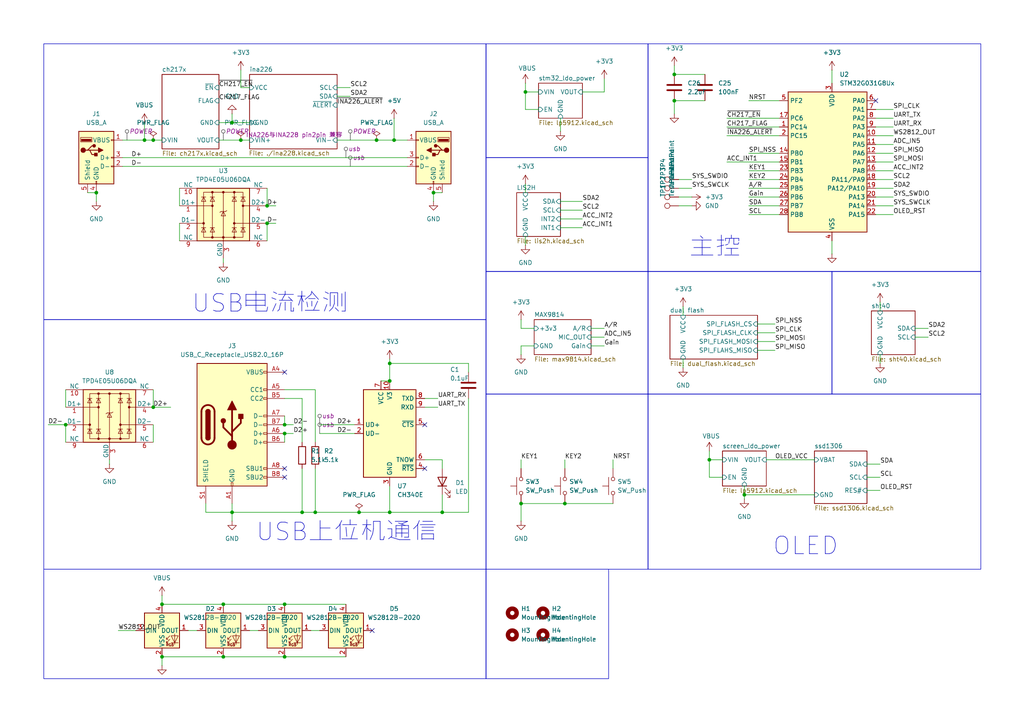
<source format=kicad_sch>
(kicad_sch (version 20231120) (generator "eeschema") (generator_version "8.0")
  (paper "A4")
  (lib_symbols
    (symbol "Connector:TestPoint" (pin_numbers hide) (pin_names (offset 0.762) hide)
      (property "Reference" "TP" (at 0 6.858 0))
      (property "Value" "TestPoint" (at 0 5.08 0))
      (symbol "TestPoint_1_1"
        (pin passive line (at 0 0 90) (length 2.54) (name "1") (number "1"))
      )
    )
    (symbol "Connector:USB_A" (pin_names (offset 1.016))
      (property "Reference" "J" (at -5.08 11.43 0))
      (property "Value" "USB_A" (at -5.08 8.89 0))
      (symbol "USB_A_1_1"
        (pin power_in line (at 7.62 5.08 180) (length 2.54) (name "VBUS") (number "1"))
        (pin bidirectional line (at 7.62 -2.54 180) (length 2.54) (name "D-") (number "2"))
        (pin bidirectional line (at 7.62 0 180) (length 2.54) (name "D+") (number "3"))
        (pin power_in line (at 0 -10.16 90) (length 2.54) (name "GND") (number "4"))
        (pin passive line (at -2.54 -10.16 90) (length 2.54) (name "Shield") (number "5"))
      )
    )
    (symbol "Connector:USB_C_Receptacle_USB2.0_16P" (pin_names (offset 1.016))
      (property "Reference" "J" (at 0 22.225 0))
      (property "Value" "USB_C_Receptacle_USB2.0_16P" (at 0 19.685 0))
      (symbol "USB_C_Receptacle_USB2.0_16P_1_1"
        (pin passive line (at 0 -22.86 90) (length 5.08) (name "GND") (number "A1"))
        (pin passive line (at 0 -22.86 90) (length 5.08) hide (name "GND") (number "A12"))
        (pin passive line (at 15.24 15.24 180) (length 5.08) (name "VBUS") (number "A4"))
        (pin bidirectional line (at 15.24 10.16 180) (length 5.08) (name "CC1") (number "A5"))
        (pin bidirectional line (at 15.24 -2.54 180) (length 5.08) (name "D+") (number "A6"))
        (pin bidirectional line (at 15.24 2.54 180) (length 5.08) (name "D-") (number "A7"))
        (pin bidirectional line (at 15.24 -12.7 180) (length 5.08) (name "SBU1") (number "A8"))
        (pin passive line (at 15.24 15.24 180) (length 5.08) hide (name "VBUS") (number "A9"))
        (pin passive line (at 0 -22.86 90) (length 5.08) hide (name "GND") (number "B1"))
        (pin passive line (at 0 -22.86 90) (length 5.08) hide (name "GND") (number "B12"))
        (pin passive line (at 15.24 15.24 180) (length 5.08) hide (name "VBUS") (number "B4"))
        (pin bidirectional line (at 15.24 7.62 180) (length 5.08) (name "CC2") (number "B5"))
        (pin bidirectional line (at 15.24 -5.08 180) (length 5.08) (name "D+") (number "B6"))
        (pin bidirectional line (at 15.24 0 180) (length 5.08) (name "D-") (number "B7"))
        (pin bidirectional line (at 15.24 -15.24 180) (length 5.08) (name "SBU2") (number "B8"))
        (pin passive line (at 15.24 15.24 180) (length 5.08) hide (name "VBUS") (number "B9"))
        (pin passive line (at -7.62 -22.86 90) (length 5.08) (name "SHIELD") (number "S1"))
      )
    )
    (symbol "Device:C" (pin_numbers hide) (pin_names (offset 0.254))
      (property "Reference" "C" (at 0.635 2.54 0))
      (property "Value" "C" (at 0.635 -2.54 0))
      (symbol "C_1_1"
        (pin passive line (at 0 3.81 270) (length 2.794) (name "~") (number "1"))
        (pin passive line (at 0 -3.81 90) (length 2.794) (name "~") (number "2"))
      )
    )
    (symbol "Device:LED" (pin_numbers hide) (pin_names (offset 1.016) hide)
      (property "Reference" "D" (at 0 2.54 0))
      (property "Value" "LED" (at 0 -2.54 0))
      (symbol "LED_1_1"
        (pin passive line (at -3.81 0 0) (length 2.54) (name "K") (number "1"))
        (pin passive line (at 3.81 0 180) (length 2.54) (name "A") (number "2"))
      )
    )
    (symbol "Device:R" (pin_numbers hide) (pin_names (offset 0))
      (property "Reference" "R" (at 2.032 0 90))
      (property "Value" "R" (at 0 0 90))
      (symbol "R_1_1"
        (pin passive line (at 0 3.81 270) (length 1.27) (name "~") (number "1"))
        (pin passive line (at 0 -3.81 90) (length 1.27) (name "~") (number "2"))
      )
    )
    (symbol "Interface_USB:CH340E"
      (property "Reference" "U" (at -5.08 13.97 0))
      (property "Value" "CH340E" (at 1.27 13.97 0))
      (symbol "CH340E_1_1"
        (pin bidirectional line (at -10.16 2.54 0) (length 2.54) (name "UD+") (number "1"))
        (pin power_out line (at 0 15.24 270) (length 2.54) (name "V3") (number "10"))
        (pin bidirectional line (at -10.16 0 0) (length 2.54) (name "UD-") (number "2"))
        (pin power_in line (at 0 -15.24 90) (length 2.54) (name "GND") (number "3"))
        (pin output line (at 10.16 -10.16 180) (length 2.54) (name "~{RTS}") (number "4"))
        (pin input line (at 10.16 2.54 180) (length 2.54) (name "~{CTS}") (number "5"))
        (pin output line (at 10.16 -7.62 180) (length 2.54) (name "TNOW") (number "6"))
        (pin power_in line (at -2.54 15.24 270) (length 2.54) (name "VCC") (number "7"))
        (pin output line (at 10.16 10.16 180) (length 2.54) (name "TXD") (number "8"))
        (pin input line (at 10.16 7.62 180) (length 2.54) (name "RXD") (number "9"))
      )
    )
    (symbol "LED:WS2812B-2020" (pin_names (offset 0.254))
      (property "Reference" "D" (at 5.08 5.715 0))
      (property "Value" "WS2812B-2020" (at 1.27 -5.715 0))
      (symbol "WS2812B-2020_0_0"
        (text "RGB" (at 2.286 -4.191 0) (effects (font (size 0.762 0.762))))
      )
      (symbol "WS2812B-2020_1_1"
        (pin output line (at 7.62 0 180) (length 2.54) (name "DOUT") (number "1"))
        (pin power_in line (at 0 -7.62 90) (length 2.54) (name "VSS") (number "2"))
        (pin input line (at -7.62 0 0) (length 2.54) (name "DIN") (number "3"))
        (pin power_in line (at 0 7.62 270) (length 2.54) (name "VDD") (number "4"))
      )
    )
    (symbol "MCU_ST_STM32G0:STM32G031G8Ux"
      (property "Reference" "U" (at -10.16 21.59 0))
      (property "Value" "STM32G031G8Ux" (at 5.08 21.59 0))
      (symbol "STM32G031G8Ux_1_1"
        (pin bidirectional line (at -12.7 10.16 0) (length 2.54) (name "PC14") (number "1"))
        (pin bidirectional line (at 15.24 7.62 180) (length 2.54) (name "PA4") (number "10"))
        (pin bidirectional line (at 15.24 5.08 180) (length 2.54) (name "PA5") (number "11"))
        (pin bidirectional line (at 15.24 2.54 180) (length 2.54) (name "PA6") (number "12"))
        (pin bidirectional line (at 15.24 0 180) (length 2.54) (name "PA7") (number "13"))
        (pin bidirectional line (at -12.7 2.54 0) (length 2.54) (name "PB0") (number "14"))
        (pin bidirectional line (at -12.7 0 0) (length 2.54) (name "PB1") (number "15"))
        (pin bidirectional line (at 15.24 -2.54 180) (length 2.54) (name "PA8") (number "16"))
        (pin bidirectional line (at -12.7 12.7 0) (length 2.54) (name "PC6") (number "17"))
        (pin bidirectional line (at 15.24 -5.08 180) (length 2.54) (name "PA11/PA9") (number "18"))
        (pin bidirectional line (at 15.24 -7.62 180) (length 2.54) (name "PA12/PA10") (number "19"))
        (pin bidirectional line (at -12.7 7.62 0) (length 2.54) (name "PC15") (number "2"))
        (pin bidirectional line (at 15.24 -10.16 180) (length 2.54) (name "PA13") (number "20"))
        (pin bidirectional line (at 15.24 -12.7 180) (length 2.54) (name "PA14") (number "21"))
        (pin bidirectional line (at 15.24 -15.24 180) (length 2.54) (name "PA15") (number "22"))
        (pin bidirectional line (at -12.7 -2.54 0) (length 2.54) (name "PB3") (number "23"))
        (pin bidirectional line (at -12.7 -5.08 0) (length 2.54) (name "PB4") (number "24"))
        (pin bidirectional line (at -12.7 -7.62 0) (length 2.54) (name "PB5") (number "25"))
        (pin bidirectional line (at -12.7 -10.16 0) (length 2.54) (name "PB6") (number "26"))
        (pin bidirectional line (at -12.7 -12.7 0) (length 2.54) (name "PB7") (number "27"))
        (pin bidirectional line (at -12.7 -15.24 0) (length 2.54) (name "PB8") (number "28"))
        (pin power_in line (at 2.54 22.86 270) (length 2.54) (name "VDD") (number "3"))
        (pin power_in line (at 2.54 -22.86 90) (length 2.54) (name "VSS") (number "4"))
        (pin bidirectional line (at -12.7 17.78 0) (length 2.54) (name "PF2") (number "5"))
        (pin bidirectional line (at 15.24 17.78 180) (length 2.54) (name "PA0") (number "6"))
        (pin bidirectional line (at 15.24 15.24 180) (length 2.54) (name "PA1") (number "7"))
        (pin bidirectional line (at 15.24 12.7 180) (length 2.54) (name "PA2") (number "8"))
        (pin bidirectional line (at 15.24 10.16 180) (length 2.54) (name "PA3") (number "9"))
      )
    )
    (symbol "Mechanical:MountingHole" (pin_names (offset 1.016)) (exclude_from_sim yes) (in_bom no)
      (property "Reference" "H" (at 0 5.08 0))
      (property "Value" "MountingHole" (at 0 3.175 0))
    )
    (symbol "Power_Protection:TPD4E05U06DQA" (pin_names (offset 0))
      (property "Reference" "U" (at -0.635 8.89 0))
      (property "Value" "TPD4E05U06DQA" (at 1.905 -10.16 0))
      (symbol "TPD4E05U06DQA_1_1"
        (pin passive line (at -12.7 2.54 0) (length 5.08) (name "D1+") (number "1"))
        (pin free line (at -12.7 7.62 0) (length 5.08) (name "NC") (number "10"))
        (pin passive line (at -12.7 -2.54 0) (length 5.08) (name "D1-") (number "2"))
        (pin power_in line (at 0 -12.7 90) (length 5.08) (name "GND") (number "3"))
        (pin passive line (at 12.7 2.54 180) (length 5.08) (name "D2+") (number "4"))
        (pin passive line (at 12.7 -2.54 180) (length 5.08) (name "D2-") (number "5"))
        (pin free line (at 12.7 -7.62 180) (length 5.08) (name "NC") (number "6"))
        (pin free line (at 12.7 7.62 180) (length 5.08) (name "NC") (number "7"))
        (pin passive line (at 0 -12.7 90) (length 5.08) hide (name "GND") (number "8"))
        (pin free line (at -12.7 -7.62 0) (length 5.08) (name "NC") (number "9"))
      )
    )
    (symbol "Switch:SW_Push" (pin_numbers hide) (pin_names (offset 1.016) hide)
      (property "Reference" "SW" (at 1.27 2.54 0))
      (property "Value" "SW_Push" (at 0 -1.524 0))
      (symbol "SW_Push_0_1"
        (pin passive line (at -5.08 0 0) (length 2.54) (name "1") (number "1"))
        (pin passive line (at 5.08 0 180) (length 2.54) (name "2") (number "2"))
      )
    )
    (symbol "USB_A_1" (pin_names (offset 1.016))
      (property "Reference" "J" (at -5.08 11.43 0))
      (property "Value" "USB_A" (at -5.08 8.89 0))
      (symbol "USB_A_1_1_1"
        (pin power_in line (at 7.62 5.08 180) (length 2.54) (name "VBUS") (number "1"))
        (pin bidirectional line (at 7.62 -2.54 180) (length 2.54) (name "D-") (number "2"))
        (pin bidirectional line (at 7.62 0 180) (length 2.54) (name "D+") (number "3"))
        (pin power_in line (at 0 -10.16 90) (length 2.54) (name "GND") (number "4"))
        (pin passive line (at -2.54 -10.16 90) (length 2.54) (name "Shield") (number "5"))
      )
    )
    (symbol "power:+3V3" (power) (pin_numbers hide) (pin_names (offset 0) hide)
      (property "Value" "+3V3" (at 0 3.556 0))
      (symbol "+3V3_1_1"
        (pin power_in line (at 0 0 90) (length 0) (name "~") (number "1"))
      )
    )
    (symbol "power:+5V" (power) (pin_numbers hide) (pin_names (offset 0) hide)
      (property "Value" "+5V" (at 0 3.556 0))
      (symbol "+5V_1_1"
        (pin power_in line (at 0 0 90) (length 0) (name "~") (number "1"))
      )
    )
    (symbol "power:GND" (power) (pin_numbers hide) (pin_names (offset 0) hide)
      (property "Value" "GND" (at 0 -3.81 0))
      (symbol "GND_1_1"
        (pin power_in line (at 0 0 270) (length 0) (name "~") (number "1"))
      )
    )
    (symbol "power:PWR_FLAG" (power) (pin_numbers hide) (pin_names (offset 0) hide)
      (property "Value" "PWR_FLAG" (at 0 3.81 0))
      (symbol "PWR_FLAG_0_0"
        (pin power_out line (at 0 0 90) (length 0) (name "~") (number "1"))
      )
    )
    (symbol "power:VBUS" (power) (pin_numbers hide) (pin_names (offset 0) hide)
      (property "Value" "VBUS" (at 0 3.556 0))
      (symbol "VBUS_1_1"
        (pin power_in line (at 0 0 90) (length 0) (name "~") (number "1"))
      )
    )
  )
  (junction (at 114.3 40.64))
  (junction (at 113.03 105.41))
  (junction (at 19.05 123.19))
  (junction (at 205.74 133.35))
  (junction (at 91.44 148.59))
  (junction (at 82.55 190.5))
  (junction (at 77.47 64.77))
  (junction (at 215.9 143.51))
  (junction (at 82.55 123.19))
  (junction (at 82.55 175.26))
  (junction (at 195.58 21.59))
  (junction (at 67.31 148.59))
  (junction (at 64.77 190.5))
  (junction (at 44.45 118.11))
  (junction (at 46.99 175.26))
  (junction (at 109.22 40.64))
  (junction (at 87.63 148.59))
  (junction (at 69.85 40.64))
  (junction (at 151.13 146.05))
  (junction (at 64.77 175.26))
  (junction (at 113.03 110.49))
  (junction (at 41.91 40.64))
  (junction (at 67.31 35.56))
  (junction (at 113.03 148.59))
  (junction (at 195.58 29.21))
  (junction (at 27.94 55.88))
  (junction (at 82.55 125.73))
  (junction (at 104.14 148.59))
  (junction (at 163.83 146.05))
  (junction (at 128.27 148.59))
  (junction (at 44.45 40.64))
  (junction (at 152.4 26.67))
  (junction (at 46.99 190.5))
  (junction (at 77.47 59.69))
  (junction (at 125.73 55.88))
  (no_connect (at 107.95 182.88))
  (no_connect (at 82.55 138.43))
  (no_connect (at 82.55 107.95))
  (no_connect (at 254 29.21))
  (no_connect (at 82.55 135.89))
  (no_connect (at 123.19 135.89))
  (no_connect (at 123.19 123.19))
  (wire (pts (xy 41.91 35.56) (xy 41.91 40.64)))
  (wire (pts (xy 210.82 34.29) (xy 226.06 34.29)))
  (wire (pts (xy 162.56 60.96) (xy 168.91 60.96)))
  (wire (pts (xy 217.17 57.15) (xy 226.06 57.15)))
  (wire (pts (xy 210.82 36.83) (xy 226.06 36.83)))
  (wire (pts (xy 82.55 120.65) (xy 82.55 123.19)))
  (wire (pts (xy 152.4 53.34) (xy 152.4 55.88)))
  (wire (pts (xy 125.73 58.42) (xy 125.73 55.88)))
  (wire (pts (xy 135.89 115.57) (xy 135.89 148.59)))
  (wire (pts (xy 205.74 133.35) (xy 209.55 133.35)))
  (wire (pts (xy 114.3 34.29) (xy 114.3 40.64)))
  (wire (pts (xy 196.85 59.69) (xy 200.66 59.69)))
  (wire (pts (xy 128.27 148.59) (xy 113.03 148.59)))
  (wire (pts (xy 215.9 143.51) (xy 215.9 144.78)))
  (wire (pts (xy 217.17 59.69) (xy 226.06 59.69)))
  (wire (pts (xy 219.71 93.98) (xy 224.79 93.98)))
  (wire (pts (xy 217.17 54.61) (xy 226.06 54.61)))
  (wire (pts (xy 91.44 113.03) (xy 82.55 113.03)))
  (wire (pts (xy 77.47 54.61) (xy 77.47 59.69)))
  (wire (pts (xy 54.61 182.88) (xy 57.15 182.88)))
  (wire (pts (xy 163.83 133.35) (xy 163.83 135.89)))
  (wire (pts (xy 177.8 133.35) (xy 177.8 135.89)))
  (wire (pts (xy 109.22 40.64) (xy 114.3 40.64)))
  (wire (pts (xy 63.5 40.64) (xy 69.85 40.64)))
  (wire (pts (xy 254 41.91) (xy 259.08 41.91)))
  (wire (pts (xy 195.58 21.59) (xy 204.47 21.59)))
  (wire (pts (xy 151.13 102.87) (xy 151.13 100.33)))
  (wire (pts (xy 113.03 140.97) (xy 113.03 148.59)))
  (wire (pts (xy 44.45 123.19) (xy 44.45 128.27)))
  (wire (pts (xy 265.43 95.25) (xy 269.24 95.25)))
  (wire (pts (xy 91.44 135.89) (xy 91.44 148.59)))
  (wire (pts (xy 195.58 29.21) (xy 204.47 29.21)))
  (wire (pts (xy 162.56 63.5) (xy 168.91 63.5)))
  (wire (pts (xy 91.44 148.59) (xy 87.63 148.59)))
  (wire (pts (xy 254 31.75) (xy 259.08 31.75)))
  (wire (pts (xy 151.13 95.25) (xy 154.94 95.25)))
  (wire (pts (xy 217.17 49.53) (xy 226.06 49.53)))
  (wire (pts (xy 175.26 22.86) (xy 175.26 26.67)))
  (wire (pts (xy 255.27 87.63) (xy 255.27 90.17)))
  (wire (pts (xy 210.82 39.37) (xy 226.06 39.37)))
  (wire (pts (xy 69.85 20.32) (xy 69.85 25.4)))
  (wire (pts (xy 72.39 182.88) (xy 74.93 182.88)))
  (wire (pts (xy 241.3 20.32) (xy 241.3 24.13)))
  (wire (pts (xy 128.27 133.35) (xy 128.27 135.89)))
  (wire (pts (xy 82.55 115.57) (xy 87.63 115.57)))
  (wire (pts (xy 19.05 123.19) (xy 19.05 128.27)))
  (wire (pts (xy 217.17 44.45) (xy 226.06 44.45)))
  (wire (pts (xy 82.55 190.5) (xy 100.33 190.5)))
  (wire (pts (xy 196.85 52.07) (xy 200.66 52.07)))
  (wire (pts (xy 35.56 48.26) (xy 118.11 48.26)))
  (wire (pts (xy 163.83 146.05) (xy 177.8 146.05)))
  (wire (pts (xy 254 54.61) (xy 259.08 54.61)))
  (wire (pts (xy 87.63 135.89) (xy 87.63 148.59)))
  (wire (pts (xy 97.79 40.64) (xy 109.22 40.64)))
  (wire (pts (xy 219.71 101.6) (xy 224.79 101.6)))
  (wire (pts (xy 35.56 45.72) (xy 118.11 45.72)))
  (wire (pts (xy 90.17 182.88) (xy 92.71 182.88)))
  (wire (pts (xy 87.63 148.59) (xy 67.31 148.59)))
  (wire (pts (xy 135.89 148.59) (xy 128.27 148.59)))
  (wire (pts (xy 67.31 148.59) (xy 67.31 151.13)))
  (wire (pts (xy 171.45 100.33) (xy 175.26 100.33)))
  (wire (pts (xy 27.94 58.42) (xy 27.94 55.88)))
  (wire (pts (xy 64.77 175.26) (xy 82.55 175.26)))
  (wire (pts (xy 219.71 96.52) (xy 224.79 96.52)))
  (wire (pts (xy 254 44.45) (xy 259.08 44.45)))
  (wire (pts (xy 77.47 59.69) (xy 80.01 59.69)))
  (wire (pts (xy 152.4 31.75) (xy 152.4 26.67)))
  (wire (pts (xy 113.03 148.59) (xy 104.14 148.59)))
  (wire (pts (xy 46.99 190.5) (xy 64.77 190.5)))
  (wire (pts (xy 254 46.99) (xy 259.08 46.99)))
  (wire (pts (xy 210.82 46.99) (xy 226.06 46.99)))
  (wire (pts (xy 46.99 172.72) (xy 46.99 175.26)))
  (wire (pts (xy 44.45 113.03) (xy 44.45 118.11)))
  (wire (pts (xy 217.17 52.07) (xy 226.06 52.07)))
  (wire (pts (xy 113.03 105.41) (xy 135.89 105.41)))
  (wire (pts (xy 251.46 142.24) (xy 255.27 142.24)))
  (wire (pts (xy 254 52.07) (xy 259.08 52.07)))
  (wire (pts (xy 13.97 123.19) (xy 19.05 123.19)))
  (wire (pts (xy 46.99 175.26) (xy 64.77 175.26)))
  (wire (pts (xy 59.69 148.59) (xy 67.31 148.59)))
  (wire (pts (xy 52.07 54.61) (xy 52.07 59.69)))
  (wire (pts (xy 64.77 74.93) (xy 64.77 76.2)))
  (wire (pts (xy 195.58 33.02) (xy 195.58 29.21)))
  (wire (pts (xy 162.56 58.42) (xy 168.91 58.42)))
  (wire (pts (xy 92.71 125.73) (xy 102.87 125.73)))
  (wire (pts (xy 162.56 34.29) (xy 162.56 38.1)))
  (wire (pts (xy 77.47 64.77) (xy 80.01 64.77)))
  (wire (pts (xy 254 34.29) (xy 259.08 34.29)))
  (wire (pts (xy 77.47 64.77) (xy 77.47 69.85)))
  (wire (pts (xy 196.85 54.61) (xy 200.66 54.61)))
  (wire (pts (xy 135.89 107.95) (xy 135.89 105.41)))
  (wire (pts (xy 255.27 102.87) (xy 255.27 105.41)))
  (wire (pts (xy 87.63 115.57) (xy 87.63 128.27)))
  (wire (pts (xy 156.21 31.75) (xy 152.4 31.75)))
  (wire (pts (xy 265.43 97.79) (xy 269.24 97.79)))
  (wire (pts (xy 259.08 57.15) (xy 254 57.15)))
  (wire (pts (xy 82.55 125.73) (xy 85.09 125.73)))
  (wire (pts (xy 44.45 40.64) (xy 46.99 40.64)))
  (wire (pts (xy 205.74 138.43) (xy 205.74 133.35)))
  (wire (pts (xy 41.91 40.64) (xy 35.56 40.64)))
  (wire (pts (xy 251.46 134.62) (xy 255.27 134.62)))
  (wire (pts (xy 195.58 19.05) (xy 195.58 21.59)))
  (wire (pts (xy 219.71 99.06) (xy 224.79 99.06)))
  (wire (pts (xy 259.08 62.23) (xy 254 62.23)))
  (wire (pts (xy 82.55 175.26) (xy 100.33 175.26)))
  (wire (pts (xy 123.19 133.35) (xy 128.27 133.35)))
  (wire (pts (xy 67.31 146.05) (xy 67.31 148.59)))
  (wire (pts (xy 215.9 143.51) (xy 236.22 143.51)))
  (wire (pts (xy 34.29 182.88) (xy 39.37 182.88)))
  (wire (pts (xy 63.5 35.56) (xy 67.31 35.56)))
  (wire (pts (xy 152.4 26.67) (xy 156.21 26.67)))
  (wire (pts (xy 175.26 26.67) (xy 168.91 26.67)))
  (wire (pts (xy 162.56 66.04) (xy 168.91 66.04)))
  (wire (pts (xy 69.85 40.64) (xy 72.39 40.64)))
  (wire (pts (xy 205.74 130.81) (xy 205.74 133.35)))
  (wire (pts (xy 97.79 25.4) (xy 101.6 25.4)))
  (wire (pts (xy 222.25 133.35) (xy 236.22 133.35)))
  (wire (pts (xy 97.79 27.94) (xy 101.6 27.94)))
  (wire (pts (xy 41.91 40.64) (xy 44.45 40.64)))
  (wire (pts (xy 251.46 138.43) (xy 255.27 138.43)))
  (wire (pts (xy 196.85 57.15) (xy 200.66 57.15)))
  (wire (pts (xy 27.94 55.88) (xy 25.4 55.88)))
  (wire (pts (xy 128.27 143.51) (xy 128.27 148.59)))
  (wire (pts (xy 92.71 123.19) (xy 102.87 123.19)))
  (wire (pts (xy 123.19 118.11) (xy 127 118.11)))
  (wire (pts (xy 67.31 35.56) (xy 72.39 35.56)))
  (wire (pts (xy 125.73 55.88) (xy 128.27 55.88)))
  (wire (pts (xy 215.9 140.97) (xy 215.9 143.51)))
  (wire (pts (xy 151.13 133.35) (xy 151.13 135.89)))
  (wire (pts (xy 67.31 33.02) (xy 67.31 35.56)))
  (wire (pts (xy 44.45 118.11) (xy 49.53 118.11)))
  (wire (pts (xy 91.44 128.27) (xy 91.44 113.03)))
  (wire (pts (xy 82.55 123.19) (xy 85.09 123.19)))
  (wire (pts (xy 64.77 190.5) (xy 82.55 190.5)))
  (wire (pts (xy 259.08 49.53) (xy 254 49.53)))
  (wire (pts (xy 151.13 100.33) (xy 154.94 100.33)))
  (wire (pts (xy 259.08 59.69) (xy 254 59.69)))
  (wire (pts (xy 217.17 29.21) (xy 226.06 29.21)))
  (wire (pts (xy 82.55 128.27) (xy 82.55 125.73)))
  (wire (pts (xy 198.12 104.14) (xy 198.12 106.68)))
  (wire (pts (xy 123.19 115.57) (xy 127 115.57)))
  (wire (pts (xy 152.4 24.13) (xy 152.4 26.67)))
  (wire (pts (xy 209.55 138.43) (xy 205.74 138.43)))
  (wire (pts (xy 113.03 104.14) (xy 113.03 105.41)))
  (wire (pts (xy 69.85 25.4) (xy 72.39 25.4)))
  (wire (pts (xy 52.07 64.77) (xy 52.07 69.85)))
  (wire (pts (xy 254 36.83) (xy 259.08 36.83)))
  (wire (pts (xy 31.75 133.35) (xy 31.75 134.62)))
  (wire (pts (xy 19.05 113.03) (xy 19.05 118.11)))
  (wire (pts (xy 46.99 193.04) (xy 46.99 190.5)))
  (wire (pts (xy 104.14 148.59) (xy 91.44 148.59)))
  (wire (pts (xy 113.03 105.41) (xy 113.03 110.49)))
  (wire (pts (xy 171.45 97.79) (xy 175.26 97.79)))
  (wire (pts (xy 171.45 95.25) (xy 175.26 95.25)))
  (wire (pts (xy 254 39.37) (xy 259.08 39.37)))
  (wire (pts (xy 59.69 146.05) (xy 59.69 148.59)))
  (wire (pts (xy 241.3 69.85) (xy 241.3 73.66)))
  (wire (pts (xy 151.13 151.13) (xy 151.13 146.05)))
  (wire (pts (xy 151.13 92.71) (xy 151.13 95.25)))
  (wire (pts (xy 198.12 88.9) (xy 198.12 91.44)))
  (wire (pts (xy 217.17 62.23) (xy 226.06 62.23)))
  (wire (pts (xy 163.83 146.05) (xy 151.13 146.05)))
  (wire (pts (xy 114.3 40.64) (xy 118.11 40.64)))
  (wire (pts (xy 152.4 68.58) (xy 152.4 71.12)))
  (wire (pts (xy 113.03 110.49) (xy 110.49 110.49)))
  (rectangle (start 12.7 92.71) (end 140.97 165.1))
  (rectangle (start 12.7 12.7) (end 140.97 92.71))
  (rectangle (start 12.7 165.1) (end 140.97 196.85))
  (rectangle (start 140.97 12.7) (end 187.96 45.72))
  (rectangle (start 140.97 78.74) (end 187.96 114.3))
  (rectangle (start 140.97 114.3) (end 187.96 165.1))
  (rectangle (start 140.97 45.72) (end 187.96 78.74))
  (rectangle (start 187.96 12.7) (end 284.48 78.74))
  (rectangle (start 187.96 114.3) (end 284.48 165.1))
  (rectangle (start 241.3 78.74) (end 284.48 114.3))
  (rectangle (start 140.97 165.1) (end 176.53 196.85))
  (rectangle (start 187.96 78.74) (end 241.3 114.3))
  (text "USB上位机通信" (at 100.584 154.432 0) (effects (font (size 5.08 5.08))))
  (text "OLED" (at 233.68 158.496 0) (effects (font (size 5.08 5.08))))
  (text "主控" (at 207.518 71.882 0) (effects (font (size 5.08 5.08))))
  (text "USB电流检测" (at 78.232 88.138 0) (effects (font (size 5.08 5.08))))
  (label "~{INA226_ALERT}" (at 97.79 30.48 0))
  (label "CH217_FLAG" (at 63.5 29.21 0))
  (label "KEY2" (at 217.17 52.07 0))
  (label "SPI_NSS" (at 224.79 93.98 0))
  (label "SPI_CLK" (at 259.08 31.75 0))
  (label "A{slash}R" (at 175.26 95.25 0))
  (label "SCL" (at 255.27 138.43 0))
  (label "SDA2" (at 101.6 27.94 0))
  (label "SPI_NSS" (at 217.17 44.45 0))
  (label "D2+" (at 44.45 118.11 0))
  (label "SYS_SWDIO" (at 259.08 57.15 0))
  (label "KEY1" (at 151.13 133.35 0))
  (label "~{INA226_ALERT}" (at 210.82 39.37 0))
  (label "Gain" (at 175.26 100.33 0))
  (label "SYS_SWDIO" (at 200.66 52.07 0))
  (label "D2-" (at 85.09 123.19 0))
  (label "SPI_MOSI" (at 224.79 99.06 0))
  (label "D+" (at 77.47 59.69 0))
  (label "ADC_IN5" (at 175.26 97.79 0))
  (label "~{CH217_EN}" (at 63.5 25.4 0))
  (label "SYS_SWCLK" (at 200.66 54.61 0))
  (label "ACC_INT2" (at 259.08 49.53 0))
  (label "UART_RX" (at 127 115.57 0))
  (label "SPI_MOSI" (at 259.08 46.99 0))
  (label "SCL2" (at 101.6 25.4 0))
  (label "SDA2" (at 259.08 54.61 0))
  (label "SPI_CLK" (at 224.79 96.52 0))
  (label "SDA2" (at 168.91 58.42 0))
  (label "D+" (at 38.1 45.72 0))
  (label "ADC_IN5" (at 259.08 41.91 0))
  (label "SCL2" (at 269.24 97.79 0))
  (label "SCL2" (at 259.08 52.07 0))
  (label "NRST" (at 177.8 133.35 0))
  (label "SDA" (at 217.17 59.69 0))
  (label "SDA" (at 255.27 134.62 0))
  (label "WS2812_OUT" (at 259.08 39.37 0))
  (label "ACC_INT2" (at 168.91 63.5 0))
  (label "D2+" (at 97.79 123.19 0))
  (label "D2-" (at 13.97 123.19 0))
  (label "A{slash}R" (at 217.17 54.61 0))
  (label "UART_TX" (at 127 118.11 0))
  (label "WS2812_OUT" (at 34.29 182.88 0))
  (label "OLED_RST" (at 259.08 62.23 0))
  (label "KEY1" (at 217.17 49.53 0))
  (label "Gain" (at 217.17 57.15 0))
  (label "SDA2" (at 269.24 95.25 0))
  (label "KEY2" (at 163.83 133.35 0))
  (label "SPI_MISO" (at 224.79 101.6 0))
  (label "OLED_VCC" (at 224.79 133.35 0))
  (label "ACC_INT1" (at 168.91 66.04 0))
  (label "OLED_RST" (at 255.27 142.24 0))
  (label "UART_RX" (at 259.08 36.83 0))
  (label "D2+" (at 85.09 125.73 0))
  (label "SCL" (at 217.17 62.23 0))
  (label "CH217_FLAG" (at 210.82 36.83 0))
  (label "SCL2" (at 168.91 60.96 0))
  (label "SYS_SWCLK" (at 259.08 59.69 0))
  (label "SPI_MISO" (at 259.08 44.45 0))
  (label "D-" (at 77.47 64.77 0))
  (label "NRST" (at 217.17 29.21 0))
  (label "D2-" (at 97.79 125.73 0))
  (label "ACC_INT1" (at 210.82 46.99 0))
  (label "~{CH217_EN}" (at 210.82 34.29 0))
  (label "D-" (at 38.1 48.26 0))
  (label "UART_TX" (at 259.08 34.29 0))
  (netclass_flag "" (length 2.54) (shape round) (at 101.6 48.26 0) (property "Netclass" "usb" (at 102.2985 45.72 0) (effects (font (italic yes)) (justify left))))
  (netclass_flag "" (length 2.54) (shape round) (at 64.77 40.64 0) (property "Netclass" "POWER" (at 65.4685 38.1 0) (effects (font (italic yes)) (justify left))))
  (netclass_flag "" (length 2.54) (shape round) (at 101.6 40.64 0) (property "Netclass" "POWER" (at 102.2985 38.1 0) (effects (font (italic yes)) (justify left))))
  (netclass_flag "" (length 2.54) (shape round) (at 92.71 125.73 0) (property "Netclass" "usb" (at 93.4085 123.19 0) (effects (font (italic yes)) (justify left))))
  (netclass_flag "" (length 2.54) (shape round) (at 36.83 40.64 0) (property "Netclass" "POWER" (at 37.5285 38.1 0) (effects (font (italic yes)) (justify left))))
  (netclass_flag "" (length 2.54) (shape round) (at 92.71 123.19 0) (property "Netclass" "usb" (at 93.4085 120.65 0) (effects (font (italic yes)) (justify left))))
  (netclass_flag "" (length 2.54) (shape round) (at 100.33 45.72 0) (property "Netclass" "usb" (at 101.0285 43.18 0) (effects (font (italic yes)) (justify left))))
  (symbol (lib_id "power:GND") (at 152.4 71.12 0) (unit 1)
    (property "Reference" "#PWR020" (effects (hide yes)))
    (property "Value" "GND" (at 152.4 76.2 0))
    (property "Description" "Power symbol creates a global label with name \"GND\" , ground" (effects (hide yes)))
  )
  (symbol (lib_id "Connector:TestPoint") (at 196.85 52.07 90) (unit 1)
    (property "Reference" "TP4" (at 192.2779 49.53 0) (effects (justify left)))
    (property "Value" "TestPoint" (at 194.8179 49.53 0) (effects (justify left)))
    (property "Footprint" "TestPoint:TestPoint_Pad_D1.0mm" (effects (hide yes)))
    (property "Description" "test point" (effects (hide yes)))
  )
  (symbol (lib_id "power:+3V3") (at 113.03 104.14 0) (unit 1)
    (property "Reference" "#PWR012" (effects (hide yes)))
    (property "Value" "+3V3" (at 113.03 99.06 0))
    (property "Description" "Power symbol creates a global label with name \"+3V3\"" (effects (hide yes)))
  )
  (symbol (lib_id "power:+3V3") (at 69.85 20.32 0) (unit 1)
    (property "Reference" "#PWR032" (effects (hide yes)))
    (property "Value" "+3V3" (at 69.85 15.24 0))
    (property "Description" "Power symbol creates a global label with name \"+3V3\"" (effects (hide yes)))
  )
  (symbol (lib_id "power:PWR_FLAG") (at 104.14 148.59 0) (unit 1)
    (property "Reference" "#FLG03" (effects (hide yes)))
    (property "Value" "PWR_FLAG" (at 104.14 143.51 0))
    (property "Description" "Special symbol for telling ERC where power comes from" (effects (hide yes)))
  )
  (symbol (lib_id "power:GND") (at 162.56 38.1 0) (unit 1)
    (property "Reference" "#PWR07" (effects (hide yes)))
    (property "Value" "GND" (at 162.56 43.18 0))
    (property "Description" "Power symbol creates a global label with name \"GND\" , ground" (effects (hide yes)))
  )
  (symbol (lib_id "power:GND") (at 151.13 151.13 0) (unit 1)
    (property "Reference" "#PWR027" (effects (hide yes)))
    (property "Value" "GND" (at 151.13 156.21 0))
    (property "Description" "Power symbol creates a global label with name \"GND\" , ground" (effects (hide yes)))
  )
  (symbol (lib_id "power:PWR_FLAG") (at 44.45 40.64 0) (unit 1)
    (property "Reference" "#FLG07" (effects (hide yes)))
    (property "Value" "PWR_FLAG" (at 44.45 35.56 0))
    (property "Description" "Special symbol for telling ERC where power comes from" (effects (hide yes)))
  )
  (symbol (lib_id "power:+5V") (at 152.4 24.13 0) (unit 1)
    (property "Reference" "#PWR06" (effects (hide yes)))
    (property "Value" "VBUS" (at 150.368 19.812 0) (effects (justify left)))
    (property "Description" "Power symbol creates a global label with name \"+5V\"" (effects (hide yes)))
  )
  (symbol (lib_id "power:GND") (at 195.58 33.02 0) (unit 1)
    (property "Reference" "#PWR028" (effects (hide yes)))
    (property "Value" "GND" (effects (hide yes)))
    (property "Description" "Power symbol creates a global label with name \"GND\" , ground" (effects (hide yes)))
  )
  (symbol (lib_id "power:GND") (at 241.3 73.66 0) (unit 1)
    (property "Reference" "#PWR011" (effects (hide yes)))
    (property "Value" "GND" (effects (hide yes)))
    (property "Description" "Power symbol creates a global label with name \"GND\" , ground" (effects (hide yes)))
  )
  (symbol (lib_id "power:+3V3") (at 195.58 19.05 0) (unit 1)
    (property "Reference" "#PWR029" (effects (hide yes)))
    (property "Value" "+3V3" (at 195.58 13.97 0))
    (property "Description" "Power symbol creates a global label with name \"+3V3\"" (effects (hide yes)))
  )
  (symbol (lib_id "power:GND") (at 46.99 193.04 0) (unit 1)
    (property "Reference" "#PWR030" (effects (hide yes)))
    (property "Value" "GND" (effects (hide yes)))
    (property "Description" "Power symbol creates a global label with name \"GND\" , ground" (effects (hide yes)))
  )
  (symbol (lib_id "power:+3V3") (at 198.12 88.9 0) (unit 1)
    (property "Reference" "#PWR025" (effects (hide yes)))
    (property "Value" "+3V3" (at 198.12 83.82 0))
    (property "Description" "Power symbol creates a global label with name \"+3V3\"" (effects (hide yes)))
  )
  (symbol (lib_id "Device:R") (at 87.63 132.08 0) (unit 1)
    (property "Reference" "R1" (at 90.17 130.8099 0) (effects (justify left)))
    (property "Value" "5.1k" (at 90.17 133.3499 0) (effects (justify left)))
    (property "Footprint" "Resistor_SMD:R_0402_1005Metric" (effects (hide yes)))
    (property "Description" "Resistor" (effects (hide yes)))
  )
  (symbol (lib_id "Interface_USB:CH340E") (at 113.03 125.73 0) (unit 1)
    (property "Reference" "U7" (at 115.2241 140.97 0) (effects (justify left)))
    (property "Value" "CH340E" (at 115.2241 143.51 0) (effects (justify left)))
    (property "Footprint" "Package_SO:MSOP-10_3x3mm_P0.5mm" (effects (hide yes)))
    (property "Datasheet" "https://www.mpja.com/download/35227cpdata.pdf" (effects (hide yes)))
    (property "Description" "USB serial converter, UART, MSOP-10" (effects (hide yes)))
  )
  (symbol (lib_id "Mechanical:MountingHole") (at 148.59 177.8 0) (unit 1) (exclude_from_sim yes) (in_bom no)
    (property "Reference" "H1" (at 151.13 176.5299 0) (effects (justify left)))
    (property "Value" "MountingHole" (at 151.13 179.0699 0) (effects (justify left)))
    (property "Footprint" "my_connector:mountinghold_nopad_m1.4" (effects (hide yes)))
    (property "Description" "Mounting Hole without connection" (effects (hide yes)))
  )
  (symbol (lib_id "Connector:USB_A") (at 125.73 45.72 0) (mirror y) (unit 1)
    (property "Reference" "J2" (at 125.73 33.02 0))
    (property "Value" "USB_A" (at 125.73 35.56 0))
    (property "Footprint" "my_connector:C2763021" (effects (hide yes)))
    (property "Datasheet" " ~" (effects (hide yes)))
    (property "Description" "USB Type A connector" (effects (hide yes)))
  )
  (symbol (lib_id "MCU_ST_STM32G0:STM32G031G8Ux") (at 238.76 46.99 0) (unit 1)
    (property "Reference" "U2" (at 243.4941 21.59 0) (effects (justify left)))
    (property "Value" "STM32G031G8Ux" (at 243.4941 24.13 0) (effects (justify left)))
    (property "Footprint" "Package_DFN_QFN:QFN-28_4x4mm_P0.5mm" (effects (hide yes)))
    (property "Datasheet" "https://www.st.com/resource/en/datasheet/stm32g031g8.pdf" (effects (hide yes)))
    (property "Description" "STMicroelectronics Arm Cortex-M0+ MCU, 64KB flash, 8KB RAM, 64 MHz, 1.7-3.6V, 26 GPIO, UFQFPN28" (effects (hide yes)))
  )
  (symbol (lib_id "Connector:TestPoint") (at 196.85 59.69 90) (unit 1)
    (property "Reference" "TP1" (at 192.2779 57.15 0) (effects (justify left)))
    (property "Value" "TestPoint" (at 194.8179 57.15 0) (effects (justify left)))
    (property "Footprint" "TestPoint:TestPoint_Pad_D1.0mm" (effects (hide yes)))
    (property "Description" "test point" (effects (hide yes)))
  )
  (symbol (lib_id "LED:WS2812B-2020") (at 64.77 182.88 0) (unit 1)
    (property "Reference" "D3" (at 78.74 176.5614 0))
    (property "Value" "WS2812B-2020" (at 78.74 179.1014 0))
    (property "Footprint" "my_footprint:ws2812-1010" (effects (hide yes)))
    (property "Datasheet" "https://cdn-shop.adafruit.com/product-files/4684/4684_WS2812B-2020_V1.3_EN.pdf" (effects (hide yes)))
    (property "Description" "RGB LED with integrated controller, 2.0 x 2.0 mm, 12 mA" (effects (hide yes)))
  )
  (symbol (lib_id "Mechanical:MountingHole") (at 157.48 177.8 0) (unit 1) (exclude_from_sim yes) (in_bom no)
    (property "Reference" "H2" (at 160.02 176.5299 0) (effects (justify left)))
    (property "Value" "MountingHole" (at 160.02 179.0699 0) (effects (justify left)))
    (property "Footprint" "my_connector:mountinghold_nopad_m1.4" (effects (hide yes)))
    (property "Description" "Mounting Hole without connection" (effects (hide yes)))
  )
  (symbol (lib_id "power:PWR_FLAG") (at 69.85 40.64 0) (unit 1)
    (property "Reference" "#FLG08" (effects (hide yes)))
    (property "Value" "PWR_FLAG" (at 69.85 35.56 0))
    (property "Description" "Special symbol for telling ERC where power comes from" (effects (hide yes)))
  )
  (symbol (lib_name "USB_A_1") (lib_id "Connector:USB_A") (at 27.94 45.72 0) (unit 1)
    (property "Reference" "J1" (at 27.94 33.02 0))
    (property "Value" "USB_A" (at 27.94 35.56 0))
    (property "Footprint" "Connector_USB:USB_A_CNCTech_1001-011-01101_Horizontal" (effects (hide yes)))
    (property "Datasheet" " ~" (effects (hide yes)))
    (property "Description" "USB Type A connector" (effects (hide yes)))
  )
  (symbol (lib_id "power:+3V3") (at 255.27 87.63 0) (unit 1)
    (property "Reference" "#PWR021" (effects (hide yes)))
    (property "Value" "+3V3" (at 255.27 82.55 0))
    (property "Description" "Power symbol creates a global label with name \"+3V3\"" (effects (hide yes)))
  )
  (symbol (lib_id "Connector:TestPoint") (at 196.85 57.15 90) (unit 1)
    (property "Reference" "TP2" (at 192.2779 54.61 0) (effects (justify left)))
    (property "Value" "TestPoint" (at 194.8179 54.61 0) (effects (justify left)))
    (property "Footprint" "TestPoint:TestPoint_Pad_D1.0mm" (effects (hide yes)))
    (property "Description" "test point" (effects (hide yes)))
  )
  (symbol (lib_id "power:+3V3") (at 175.26 22.86 0) (unit 1)
    (property "Reference" "#PWR05" (effects (hide yes)))
    (property "Value" "+3V3" (at 175.26 17.78 0))
    (property "Description" "Power symbol creates a global label with name \"+3V3\"" (effects (hide yes)))
  )
  (symbol (lib_id "power:GND") (at 151.13 102.87 0) (unit 1)
    (property "Reference" "#PWR017" (effects (hide yes)))
    (property "Value" "GND" (at 151.13 107.95 0))
    (property "Description" "Power symbol creates a global label with name \"GND\" , ground" (effects (hide yes)))
  )
  (symbol (lib_id "power:GND") (at 64.77 76.2 0) (unit 1)
    (property "Reference" "#PWR010" (effects (hide yes)))
    (property "Value" "GND" (at 64.77 81.28 0))
    (property "Description" "Power symbol creates a global label with name \"GND\" , ground" (effects (hide yes)))
  )
  (symbol (lib_id "LED:WS2812B-2020") (at 46.99 182.88 0) (unit 1)
    (property "Reference" "D2" (at 60.96 176.5614 0))
    (property "Value" "WS2812B-2020" (at 60.96 179.1014 0))
    (property "Footprint" "my_footprint:ws2812-1010" (effects (hide yes)))
    (property "Datasheet" "https://cdn-shop.adafruit.com/product-files/4684/4684_WS2812B-2020_V1.3_EN.pdf" (effects (hide yes)))
    (property "Description" "RGB LED with integrated controller, 2.0 x 2.0 mm, 12 mA" (effects (hide yes)))
  )
  (symbol (lib_id "power:GND") (at 125.73 58.42 0) (unit 1)
    (property "Reference" "#PWR09" (effects (hide yes)))
    (property "Value" "GND" (at 125.73 63.5 0))
    (property "Description" "Power symbol creates a global label with name \"GND\" , ground" (effects (hide yes)))
  )
  (symbol (lib_id "power:PWR_FLAG") (at 109.22 40.64 0) (unit 1)
    (property "Reference" "#FLG02" (effects (hide yes)))
    (property "Value" "PWR_FLAG" (at 109.22 35.56 0))
    (property "Description" "Special symbol for telling ERC where power comes from" (effects (hide yes)))
  )
  (symbol (lib_id "Switch:SW_Push") (at 163.83 140.97 90) (unit 1)
    (property "Reference" "SW4" (at 165.1 139.6999 90) (effects (justify right)))
    (property "Value" "SW_Push" (at 165.1 142.2399 90) (effects (justify right)))
    (property "Footprint" "my_footprint:KEY-SMD_4P-L4.2-W3.4-P2.15-LS4.5-TL" (effects (hide yes)))
    (property "Description" "Push button switch, generic, two pins" (effects (hide yes)))
  )
  (symbol (lib_id "Switch:SW_Push") (at 151.13 140.97 90) (unit 1)
    (property "Reference" "SW3" (at 152.4 139.6999 90) (effects (justify right)))
    (property "Value" "SW_Push" (at 152.4 142.2399 90) (effects (justify right)))
    (property "Footprint" "my_footprint:KEY-SMD_4P-L4.2-W3.4-P2.15-LS4.5-TL" (effects (hide yes)))
    (property "Description" "Push button switch, generic, two pins" (effects (hide yes)))
  )
  (symbol (lib_id "Power_Protection:TPD4E05U06DQA") (at 31.75 120.65 0) (unit 1)
    (property "Reference" "U8" (at 31.75 107.95 0))
    (property "Value" "TPD4E05U06DQA" (at 31.75 110.49 0))
    (property "Footprint" "Package_SON:USON-10_2.5x1.0mm_P0.5mm" (effects (hide yes)))
    (property "Datasheet" "https://www.ti.com/lit/ds/symlink/tpd4e05u06.pdf" (effects (hide yes)))
    (property "Description" "4-Channel ESD Protection for Super-Speed USB 3.0 Interface, USON-10" (effects (hide yes)))
  )
  (symbol (lib_id "power:+3V3") (at 151.13 92.71 0) (unit 1)
    (property "Reference" "#PWR018" (effects (hide yes)))
    (property "Value" "+3V3" (at 151.13 87.63 0))
    (property "Description" "Power symbol creates a global label with name \"+3V3\"" (effects (hide yes)))
  )
  (symbol (lib_id "power:VBUS") (at 41.91 35.56 0) (unit 1)
    (property "Reference" "#PWR04" (effects (hide yes)))
    (property "Value" "VBUS" (at 41.91 30.48 0))
    (property "Description" "Power symbol creates a global label with name \"VBUS\"" (effects (hide yes)))
  )
  (symbol (lib_id "power:GND") (at 200.66 59.69 90) (unit 1)
    (property "Reference" "#PWR023" (effects (hide yes)))
    (property "Value" "GND" (at 204.47 59.6899 90) (effects (justify right)))
    (property "Description" "Power symbol creates a global label with name \"GND\" , ground" (effects (hide yes)))
  )
  (symbol (lib_id "Device:C") (at 195.58 25.4 0) (unit 1)
    (property "Reference" "C26" (at 199.39 24.1299 0) (effects (justify left)))
    (property "Value" "2.2uF" (at 199.39 26.6699 0) (effects (justify left)))
    (property "Footprint" "Capacitor_SMD:C_0402_1005Metric" (effects (hide yes)))
    (property "Description" "Unpolarized capacitor" (effects (hide yes)))
  )
  (symbol (lib_id "Connector:USB_C_Receptacle_USB2.0_16P") (at 67.31 123.19 0) (unit 1)
    (property "Reference" "J3" (at 67.31 100.33 0))
    (property "Value" "USB_C_Receptacle_USB2.0_16P" (at 67.31 102.87 0))
    (property "Footprint" "Connector_USB:USB_C_Receptacle_GCT_USB4105-xx-A_16P_TopMnt_Horizontal" (effects (hide yes)))
    (property "Datasheet" "https://www.usb.org/sites/default/files/documents/usb_type-c.zip" (effects (hide yes)))
    (property "Description" "USB 2.0-only 16P Type-C Receptacle connector" (effects (hide yes)))
  )
  (symbol (lib_id "Mechanical:MountingHole") (at 157.48 184.15 0) (unit 1) (exclude_from_sim yes) (in_bom no)
    (property "Reference" "H4" (at 160.02 182.8799 0) (effects (justify left)))
    (property "Value" "MountingHole" (at 160.02 185.4199 0) (effects (justify left)))
    (property "Footprint" "my_connector:mountinghold_nopad_m1.4" (effects (hide yes)))
    (property "Description" "Mounting Hole without connection" (effects (hide yes)))
  )
  (symbol (lib_id "Device:C") (at 135.89 111.76 0) (unit 1)
    (property "Reference" "C1" (at 130.556 107.188 0) (effects (justify left)))
    (property "Value" "0.1uF" (at 130.556 109.728 0) (effects (justify left)))
    (property "Footprint" "Capacitor_SMD:C_0402_1005Metric" (effects (hide yes)))
    (property "Description" "Unpolarized capacitor" (effects (hide yes)))
  )
  (symbol (lib_id "power:VBUS") (at 46.99 172.72 0) (unit 1)
    (property "Reference" "#PWR031" (effects (hide yes)))
    (property "Value" "VBUS" (at 46.99 167.64 0))
    (property "Description" "Power symbol creates a global label with name \"VBUS\"" (effects (hide yes)))
  )
  (symbol (lib_id "power:GND") (at 31.75 134.62 0) (unit 1)
    (property "Reference" "#PWR016" (effects (hide yes)))
    (property "Value" "GND" (at 31.75 139.7 0))
    (property "Description" "Power symbol creates a global label with name \"GND\" , ground" (effects (hide yes)))
  )
  (symbol (lib_id "power:+3V3") (at 152.4 53.34 0) (unit 1)
    (property "Reference" "#PWR019" (effects (hide yes)))
    (property "Value" "+3V3" (at 152.4 48.26 0))
    (property "Description" "Power symbol creates a global label with name \"+3V3\"" (effects (hide yes)))
  )
  (symbol (lib_id "Power_Protection:TPD4E05U06DQA") (at 64.77 62.23 0) (unit 1)
    (property "Reference" "U3" (at 64.77 49.53 0))
    (property "Value" "TPD4E05U06DQA" (at 64.77 52.07 0))
    (property "Footprint" "Package_SON:USON-10_2.5x1.0mm_P0.5mm" (effects (hide yes)))
    (property "Datasheet" "https://www.ti.com/lit/ds/symlink/tpd4e05u06.pdf" (effects (hide yes)))
    (property "Description" "4-Channel ESD Protection for Super-Speed USB 3.0 Interface, USON-10" (effects (hide yes)))
  )
  (symbol (lib_id "LED:WS2812B-2020") (at 82.55 182.88 0) (unit 1)
    (property "Reference" "D4" (at 96.52 176.5614 0))
    (property "Value" "WS2812B-2020" (at 96.52 179.1014 0))
    (property "Footprint" "my_footprint:ws2812-1010" (effects (hide yes)))
    (property "Datasheet" "https://cdn-shop.adafruit.com/product-files/4684/4684_WS2812B-2020_V1.3_EN.pdf" (effects (hide yes)))
    (property "Description" "RGB LED with integrated controller, 2.0 x 2.0 mm, 12 mA" (effects (hide yes)))
  )
  (symbol (lib_id "power:+5V") (at 114.3 34.29 0) (unit 1)
    (property "Reference" "#PWR03" (effects (hide yes)))
    (property "Value" "+5V" (at 114.3 29.21 0))
    (property "Description" "Power symbol creates a global label with name \"+5V\"" (effects (hide yes)))
  )
  (symbol (lib_id "power:GND") (at 198.12 106.68 0) (unit 1)
    (property "Reference" "#PWR026" (effects (hide yes)))
    (property "Value" "GND" (at 198.12 111.76 0))
    (property "Description" "Power symbol creates a global label with name \"GND\" , ground" (effects (hide yes)))
  )
  (symbol (lib_id "power:GND") (at 67.31 33.02 180) (unit 1)
    (property "Reference" "#PWR02" (effects (hide yes)))
    (property "Value" "GND" (at 67.31 27.94 0))
    (property "Description" "Power symbol creates a global label with name \"GND\" , ground" (effects (hide yes)))
  )
  (symbol (lib_id "power:GND") (at 27.94 58.42 0) (unit 1)
    (property "Reference" "#PWR08" (effects (hide yes)))
    (property "Value" "GND" (at 27.94 63.5 0))
    (property "Description" "Power symbol creates a global label with name \"GND\" , ground" (effects (hide yes)))
  )
  (symbol (lib_id "power:GND") (at 215.9 144.78 0) (unit 1)
    (property "Reference" "#PWR014" (effects (hide yes)))
    (property "Value" "GND" (at 215.9 149.86 0))
    (property "Description" "Power symbol creates a global label with name \"GND\" , ground" (effects (hide yes)))
  )
  (symbol (lib_id "Switch:SW_Push") (at 177.8 140.97 90) (unit 1)
    (property "Reference" "SW5" (at 179.07 139.6999 90) (effects (justify right)))
    (property "Value" "SW_Push" (at 179.07 142.2399 90) (effects (justify right)))
    (property "Footprint" "my_footprint:KEY-SMD_4P-L4.2-W3.4-P2.15-LS4.5-TL" (effects (hide yes)))
    (property "Description" "Push button switch, generic, two pins" (effects (hide yes)))
  )
  (symbol (lib_id "Device:LED") (at 128.27 139.7 90) (unit 1)
    (property "Reference" "D1" (at 132.08 140.0174 90) (effects (justify right)))
    (property "Value" "LED" (at 132.08 142.5574 90) (effects (justify right)))
    (property "Footprint" "LED_SMD:LED_0603_1608Metric" (effects (hide yes)))
    (property "Description" "Light emitting diode" (effects (hide yes)))
  )
  (symbol (lib_id "power:GND") (at 255.27 105.41 0) (unit 1)
    (property "Reference" "#PWR022" (effects (hide yes)))
    (property "Value" "GND" (at 255.27 110.49 0))
    (property "Description" "Power symbol creates a global label with name \"GND\" , ground" (effects (hide yes)))
  )
  (symbol (lib_id "LED:WS2812B-2020") (at 100.33 182.88 0) (unit 1)
    (property "Reference" "D5" (at 114.3 176.5614 0))
    (property "Value" "WS2812B-2020" (at 114.3 179.1014 0))
    (property "Footprint" "my_footprint:ws2812-1010" (effects (hide yes)))
    (property "Datasheet" "https://cdn-shop.adafruit.com/product-files/4684/4684_WS2812B-2020_V1.3_EN.pdf" (effects (hide yes)))
    (property "Description" "RGB LED with integrated controller, 2.0 x 2.0 mm, 12 mA" (effects (hide yes)))
  )
  (symbol (lib_id "Device:R") (at 91.44 132.08 0) (unit 1)
    (property "Reference" "R2" (at 93.98 130.8099 0) (effects (justify left)))
    (property "Value" "5.1k" (at 93.98 133.3499 0) (effects (justify left)))
    (property "Footprint" "Resistor_SMD:R_0402_1005Metric" (effects (hide yes)))
    (property "Description" "Resistor" (effects (hide yes)))
  )
  (symbol (lib_id "power:GND") (at 67.31 151.13 0) (unit 1)
    (property "Reference" "#PWR015" (effects (hide yes)))
    (property "Value" "GND" (at 67.31 156.21 0))
    (property "Description" "Power symbol creates a global label with name \"GND\" , ground" (effects (hide yes)))
  )
  (symbol (lib_id "Mechanical:MountingHole") (at 148.59 184.15 0) (unit 1) (exclude_from_sim yes) (in_bom no)
    (property "Reference" "H3" (at 151.13 182.8799 0) (effects (justify left)))
    (property "Value" "MountingHole" (at 151.13 185.4199 0) (effects (justify left)))
    (property "Footprint" "my_connector:mountinghold_nopad_m1.4" (effects (hide yes)))
    (property "Description" "Mounting Hole without connection" (effects (hide yes)))
  )
  (symbol (lib_id "power:+3V3") (at 200.66 57.15 270) (unit 1)
    (property "Reference" "#PWR024" (effects (hide yes)))
    (property "Value" "+3V3" (at 204.47 57.1499 90) (effects (justify left)))
    (property "Description" "Power symbol creates a global label with name \"+3V3\"" (effects (hide yes)))
  )
  (symbol (lib_id "power:+5V") (at 205.74 130.81 0) (unit 1)
    (property "Reference" "#PWR013" (effects (hide yes)))
    (property "Value" "VBUS" (at 203.708 126.492 0) (effects (justify left)))
    (property "Description" "Power symbol creates a global label with name \"+5V\"" (effects (hide yes)))
  )
  (symbol (lib_id "Device:C") (at 204.47 25.4 0) (unit 1)
    (property "Reference" "C25" (at 208.28 24.1299 0) (effects (justify left)))
    (property "Value" "100nF" (at 208.28 26.6699 0) (effects (justify left)))
    (property "Footprint" "Capacitor_SMD:C_0402_1005Metric" (effects (hide yes)))
    (property "Description" "Unpolarized capacitor" (effects (hide yes)))
  )
  (symbol (lib_id "power:+3V3") (at 241.3 20.32 0) (unit 1)
    (property "Reference" "#PWR01" (effects (hide yes)))
    (property "Value" "+3V3" (at 241.3 15.24 0))
    (property "Description" "Power symbol creates a global label with name \"+3V3\"" (effects (hide yes)))
  )
  (symbol (lib_id "Connector:TestPoint") (at 196.85 54.61 90) (unit 1)
    (property "Reference" "TP3" (at 192.2779 52.07 0) (effects (justify left)))
    (property "Value" "TestPoint" (at 194.8179 52.07 0) (effects (justify left)))
    (property "Footprint" "TestPoint:TestPoint_Pad_D1.0mm" (effects (hide yes)))
    (property "Description" "test point" (effects (hide yes)))
  )
  (sheet (at 236.22 130.81) (size 15.24 15.24) (stroke (width 0.1524))
    (property "Sheetname" "ssd1306" (at 236.22 130.0984 0) (effects (justify left bottom)))
    (property "Sheetfile" "ssd1306.kicad_sch" (at 236.22 146.6346 0) (effects (justify left top)))
    (pin "SCL" input (at 251.46 138.43 0))
    (pin "SDA" input (at 251.46 134.62 0))
    (pin "GND" input (at 236.22 143.51 180))
    (pin "VBAT" input (at 236.22 133.35 180))
    (pin "RES#" input (at 251.46 142.24 0))
  )
  (sheet (at 209.55 130.81) (size 12.7 10.16) (stroke (width 0.1524))
    (property "Sheetname" "screen_ldo_power" (at 209.55 130.0984 0) (effects (justify left bottom)))
    (property "Sheetfile" "lp5912.kicad_sch" (at 209.55 141.5546 0) (effects (justify left top)))
    (pin "GND" input (at 215.9 140.97 270))
    (pin "VIN" input (at 209.55 133.35 180))
    (pin "EN" input (at 209.55 138.43 180))
    (pin "VOUT" input (at 222.25 133.35 0))
  )
  (sheet (at 149.86 55.88) (size 12.7 12.7) (stroke (width 0.1524))
    (property "Sheetname" "LIS2H" (at 149.86 55.1684 0) (effects (justify left bottom)))
    (property "Sheetfile" "lis2h.kicad_sch" (at 149.86 69.1646 0) (effects (justify left top)))
    (pin "GND" input (at 152.4 68.58 270))
    (pin "VCC" input (at 152.4 55.88 90))
    (pin "INT1" input (at 162.56 66.04 0))
    (pin "INT2" input (at 162.56 63.5 0))
    (pin "SDA" input (at 162.56 58.42 0))
    (pin "SCL" input (at 162.56 60.96 0))
  )
  (sheet (at 154.94 92.71) (size 16.51 10.16) (stroke (width 0.1524))
    (property "Sheetname" "MAX9814" (at 154.94 91.9984 0) (effects (justify left bottom)))
    (property "Sheetfile" "max9814.kicad_sch" (at 154.94 103.4546 0) (effects (justify left top)))
    (pin "+3v3" input (at 154.94 95.25 180))
    (pin "GND" input (at 154.94 100.33 180))
    (pin "MIC_OUT" input (at 171.45 97.79 0))
    (pin "Gain" input (at 171.45 100.33 0))
    (pin "A{slash}R" input (at 171.45 95.25 0))
  )
  (sheet (at 156.21 24.13) (size 12.7 10.16) (stroke (width 0.1524))
    (property "Sheetname" "stm32_ldo_power" (at 156.21 23.4184 0) (effects (justify left bottom)))
    (property "Sheetfile" "lp5912.kicad_sch" (at 156.21 34.8746 0) (effects (justify left top)))
    (pin "GND" input (at 162.56 34.29 270))
    (pin "VIN" input (at 156.21 26.67 180))
    (pin "EN" input (at 156.21 31.75 180))
    (pin "VOUT" input (at 168.91 26.67 0))
  )
  (sheet (at 46.99 21.59) (size 16.51 21.59) (stroke (width 0.1524))
    (property "Sheetname" "ch217x" (at 46.99 20.8784 0) (effects (justify left bottom)))
    (property "Sheetfile" "ch217x.kicad_sch" (at 46.99 43.7646 0) (effects (justify left top)))
    (pin "FLAG" input (at 63.5 29.21 0))
    (pin "~{EN}" input (at 63.5 25.4 0))
    (pin "VIN" input (at 46.99 40.64 180))
    (pin "GND" input (at 63.5 35.56 0))
    (pin "VOUT" input (at 63.5 40.64 0))
  )
  (sheet (at 252.73 90.17) (size 12.7 12.7) (stroke (width 0.1524))
    (property "Sheetname" "sht40" (at 252.73 89.4584 0) (effects (justify left bottom)))
    (property "Sheetfile" "sht40.kicad_sch" (at 252.73 103.4546 0) (effects (justify left top)))
    (pin "VCC" input (at 255.27 90.17 90))
    (pin "GND" input (at 255.27 102.87 270))
    (pin "SCL" input (at 265.43 97.79 0))
    (pin "SDA" input (at 265.43 95.25 0))
  )
  (sheet (at 194.31 91.44) (size 25.4 12.7) (stroke (width 0.1524))
    (property "Sheetname" "dual flash" (at 194.31 90.7284 0) (effects (justify left bottom)))
    (property "Sheetfile" "dual_flash.kicad_sch" (at 194.31 104.7246 0) (effects (justify left top)))
    (pin "VCC" input (at 198.12 91.44 90))
    (pin "SPI_FLASH_CS" input (at 219.71 93.98 0))
    (pin "SPI_FLASH_CLK" input (at 219.71 96.52 0))
    (pin "SPI_FLASH_MOSI" input (at 219.71 99.06 0))
    (pin "SPI_FLAHS_MISO" input (at 219.71 101.6 0))
    (pin "GND" input (at 198.12 104.14 270))
  )
  (sheet (at 72.39 21.59) (size 25.4 21.59) (stroke (width 0.1524))
    (property "Sheetname" "ina226" (at 72.39 20.8784 0) (effects (justify left bottom)))
    (property "Sheetfile" "./ina228.kicad_sch" (at 72.136 43.688 0) (effects (justify left top)))
    (property "字段 2" "INA226与INA228 pin2pin 兼容" (at 85.344 39.116 0))
    (pin "SDA" input (at 97.79 27.94 0))
    (pin "~{ALERT}" input (at 97.79 30.48 0))
    (pin "SCL" input (at 97.79 25.4 0))
    (pin "GND" input (at 72.39 35.56 180))
    (pin "VIN+" input (at 72.39 40.64 180))
    (pin "VIN-" input (at 97.79 40.64 0))
    (pin "VCC" input (at 72.39 25.4 180))
  )
)
</source>
